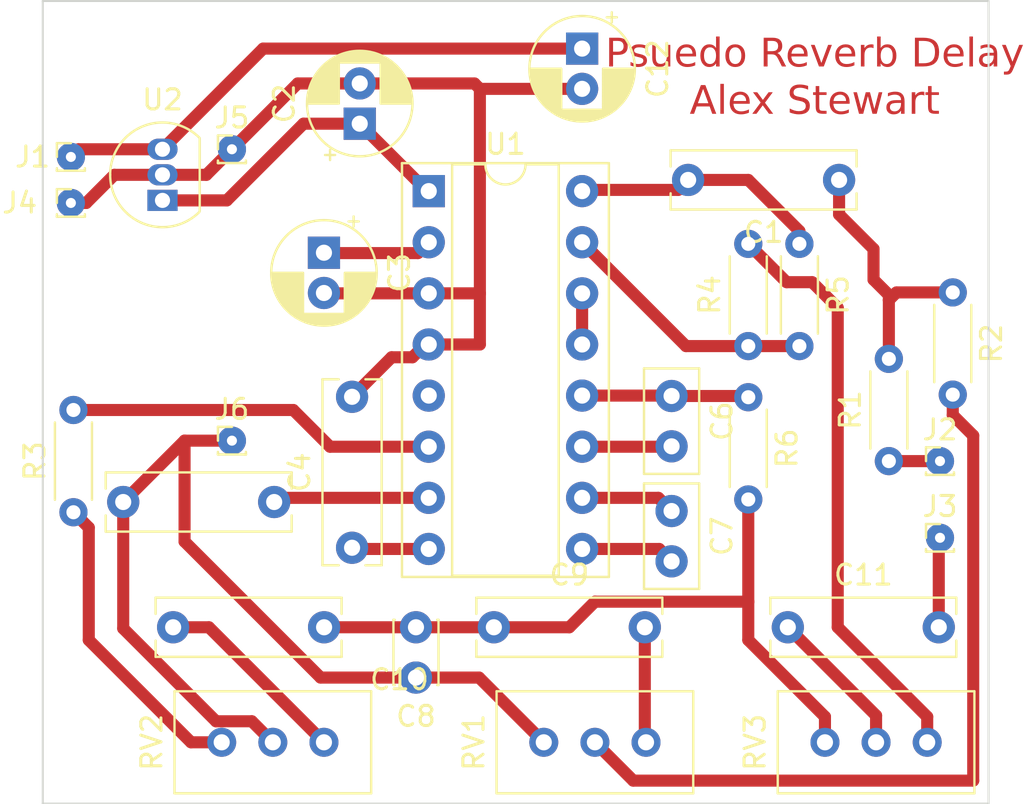
<source format=kicad_pcb>
(kicad_pcb (version 20221018) (generator pcbnew)
  (layers (0 "F.Cu" signal) (31 "B.Cu" signal) (34 "B.Paste" user) (35 "F.Paste" user) (36 "B.SilkS" user "B.Silkscreen") (37 "F.SilkS" user "F.Silkscreen") (38 "B.Mask" user) (39 "F.Mask" user) (44 "Edge.Cuts" user))
  (net 0 "")
  (net 2 "Net-(C1-Pad1)")
  (net 3 "Net-(U1-LPF1-IN)")
  (net 4 "Earth")
  (net 5 "Net-(U1-REF)")
  (net 6 "Net-(U1-CC0)")
  (net 7 "Net-(U1-CC1)")
  (net 8 "Net-(U1-OP2-OUT)")
  (net 9 "Net-(U1-OP2-IN)")
  (net 10 "Net-(U1-OP1-IN)")
  (net 11 "Net-(U1-OP1-OUT)")
  (net 12 "Net-(C9-Pad2)")
  (net 13 "Net-(C10-Pad2)")
  (net 14 "Net-(C11-Pad1)")
  (net 15 "Net-(R2-Pad2)")
  (net 16 "Net-(R3-Pad1)")
  (net 17 "Net-(U1-LPF1-OUT)")
  (net 18 "Net-(R4-Pad2)")
  (net 19 "Net-(U1-LPF2-IN)")
  (net 20 "Net-(U1-VCO)")
  (net 21 "Net-(J3-Pin_1)")
  (net 22 "Net-(J1-Pin_1)")
  (net 23 "Net-(J2-Pin_1)")
  (net 24 "Net-(U1-VCC)")
  (net 25 "Net-(C10-Pad1)")
  (net 26 "Net-(J6-Pin_1)")
  (footprint "Potentiometer_THT:Potentiometer_Bourns_3386C_Horizontal" (layer "F.Cu") (at 147.828 128.27 90)
    (fp_text reference "RV2" (at 0 -3.475 90) (layer "F.SilkS"))
    (fp_text value "Time 10k")
    (pad "1" thru_hole circle (at 0 0 90) (size 1.44 1.44) (drill 0.8) (layers "*.Cu" "*.Mask") (net 16 "Net-(R3-Pad1)"))
    (pad "2" thru_hole circle (at 0 2.54 90) (size 1.44 1.44) (drill 0.8) (layers "*.Cu" "*.Mask") (net 26 "Net-(J6-Pin_1)"))
    (pad "3" thru_hole circle (at 0 5.08 90) (size 1.44 1.44) (drill 0.8) (layers "*.Cu" "*.Mask") (net 13 "Net-(C10-Pad2)"))
  )
  (footprint "Package_TO_SOT_THT:TO-92_Inline" (layer "F.Cu") (at 144.886 101.346 90)
    (fp_text reference "U2" (at 5 0 180) (layer "F.SilkS"))
    (fp_text value "L78L05")
    (pad "1" thru_hole rect (at 0 0 90) (size 1.05 1.5) (drill 0.75) (layers "*.Cu" "*.Mask") (net 24 "Net-(U1-VCC)"))
    (pad "2" thru_hole oval (at 1.27 0 90) (size 1.05 1.5) (drill 0.75) (layers "*.Cu" "*.Mask") (net 4 "Earth"))
    (pad "3" thru_hole oval (at 2.54 0 90) (size 1.05 1.5) (drill 0.75) (layers "*.Cu" "*.Mask") (net 22 "Net-(J1-Pin_1)"))
  )
  (footprint "Capacitor_THT:C_Rect_L9.0mm_W2.7mm_P7.50mm_MKT" (layer "F.Cu") (at 150.435 116.332 180)
    (fp_text reference "C5" hide)
    (fp_text value "100n")
    (pad "1" thru_hole circle (at 0 0 180) (size 1.6 1.6) (drill 0.8) (layers "*.Cu" "*.Mask") (net 7 "Net-(U1-CC1)"))
    (pad "2" thru_hole circle (at 7.5 0 180) (size 1.6 1.6) (drill 0.8) (layers "*.Cu" "*.Mask") (net 26 "Net-(J6-Pin_1)"))
  )
  (footprint "Resistor_THT:R_Axial_DIN0204_L3.6mm_D1.6mm_P5.08mm_Horizontal" (layer "F.Cu") (at 173.99 111.125 -90)
    (fp_text reference "R6" (at 2.54 -1.92 90) (layer "F.SilkS"))
    (fp_text value "10k")
    (pad "1" thru_hole circle (at 0 0 270) (size 1.4 1.4) (drill 0.7) (layers "*.Cu" "*.Mask") (net 8 "Net-(U1-OP2-OUT)"))
    (pad "2" thru_hole oval (at 5.08 0 270) (size 1.4 1.4) (drill 0.7) (layers "*.Cu" "*.Mask") (net 25 "Net-(C10-Pad1)"))
  )
  (footprint "Capacitor_THT:C_Disc_D3.0mm_W2.0mm_P2.50mm" (layer "F.Cu") (at 157.48 122.555 -90)
    (fp_text reference "C8" (at 4.425 0 -180) (layer "F.SilkS"))
    (fp_text value "22n")
    (pad "1" thru_hole circle (at 0 0 270) (size 1.6 1.6) (drill 0.8) (layers "*.Cu" "*.Mask") (net 25 "Net-(C10-Pad1)"))
    (pad "2" thru_hole circle (at 2.5 0 270) (size 1.6 1.6) (drill 0.8) (layers "*.Cu" "*.Mask") (net 26 "Net-(J6-Pin_1)"))
  )
  (footprint "Package_DIP:DIP-16_W7.62mm_Socket" (layer "F.Cu") (at 158.115 100.885)
    (fp_text reference "U1" (at 3.81 -2.33) (layer "F.SilkS"))
    (fp_text value "PT2399")
    (pad "1" thru_hole rect (at 0 0) (size 1.6 1.6) (drill 0.8) (layers "*.Cu" "*.Mask") (net 24 "Net-(U1-VCC)"))
    (pad "2" thru_hole oval (at 0 2.54) (size 1.6 1.6) (drill 0.8) (layers "*.Cu" "*.Mask") (net 5 "Net-(U1-REF)"))
    (pad "3" thru_hole oval (at 0 5.08) (size 1.6 1.6) (drill 0.8) (layers "*.Cu" "*.Mask") (net 4 "Earth"))
    (pad "4" thru_hole oval (at 0 7.62) (size 1.6 1.6) (drill 0.8) (layers "*.Cu" "*.Mask") (net 4 "Earth"))
    (pad "5" thru_hole oval (at 0 10.16) (size 1.6 1.6) (drill 0.8) (layers "*.Cu" "*.Mask"))
    (pad "6" thru_hole oval (at 0 12.7) (size 1.6 1.6) (drill 0.8) (layers "*.Cu" "*.Mask") (net 20 "Net-(U1-VCO)"))
    (pad "7" thru_hole oval (at 0 15.24) (size 1.6 1.6) (drill 0.8) (layers "*.Cu" "*.Mask") (net 7 "Net-(U1-CC1)"))
    (pad "8" thru_hole oval (at 0 17.78) (size 1.6 1.6) (drill 0.8) (layers "*.Cu" "*.Mask") (net 6 "Net-(U1-CC0)"))
    (pad "9" thru_hole oval (at 7.62 17.78) (size 1.6 1.6) (drill 0.8) (layers "*.Cu" "*.Mask") (net 11 "Net-(U1-OP1-OUT)"))
    (pad "10" thru_hole oval (at 7.62 15.24) (size 1.6 1.6) (drill 0.8) (layers "*.Cu" "*.Mask") (net 10 "Net-(U1-OP1-IN)"))
    (pad "11" thru_hole oval (at 7.62 12.7) (size 1.6 1.6) (drill 0.8) (layers "*.Cu" "*.Mask") (net 9 "Net-(U1-OP2-IN)"))
    (pad "12" thru_hole oval (at 7.62 10.16) (size 1.6 1.6) (drill 0.8) (layers "*.Cu" "*.Mask") (net 8 "Net-(U1-OP2-OUT)"))
    (pad "13" thru_hole oval (at 7.62 7.62) (size 1.6 1.6) (drill 0.8) (layers "*.Cu" "*.Mask") (net 19 "Net-(U1-LPF2-IN)"))
    (pad "14" thru_hole oval (at 7.62 5.08) (size 1.6 1.6) (drill 0.8) (layers "*.Cu" "*.Mask") (net 19 "Net-(U1-LPF2-IN)"))
    (pad "15" thru_hole oval (at 7.62 2.54) (size 1.6 1.6) (drill 0.8) (layers "*.Cu" "*.Mask") (net 17 "Net-(U1-LPF1-OUT)"))
    (pad "16" thru_hole oval (at 7.62 0) (size 1.6 1.6) (drill 0.8) (layers "*.Cu" "*.Mask") (net 3 "Net-(U1-LPF1-IN)"))
  )
  (footprint "Capacitor_THT:CP_Radial_D5.0mm_P2.00mm" (layer "F.Cu") (at 152.908 103.946888 -90)
    (fp_text reference "C3" (at 1 -3.75 90) (layer "F.SilkS"))
    (fp_text value "22u")
    (pad "1" thru_hole rect (at 0 0 270) (size 1.6 1.6) (drill 0.8) (layers "*.Cu" "*.Mask") (net 5 "Net-(U1-REF)"))
    (pad "2" thru_hole circle (at 2 0 270) (size 1.6 1.6) (drill 0.8) (layers "*.Cu" "*.Mask") (net 4 "Earth"))
  )
  (footprint "Connector_PinHeader_1.00mm:PinHeader_1x01_P1.00mm_Vertical" (layer "F.Cu") (at 148.336 98.806)
    (fp_text reference "J5" (at 0 -1.56) (layer "F.SilkS"))
    (fp_text value "jumper1 start" hide)
    (pad "1" thru_hole circle (at 0 0) (size 1.4 1.4) (drill 0.5) (layers "*.Cu" "*.Mask") (net 4 "Earth"))
  )
  (footprint "Connector_PinHeader_1.00mm:PinHeader_1x01_P1.00mm_Vertical" (layer "F.Cu") (at 140.335 99.187)
    (fp_text reference "J1" (at -1.905 0) (layer "F.SilkS"))
    (fp_text value "9v+")
    (pad "1" thru_hole circle (at 0 0) (size 1.4 1.4) (drill 0.5) (layers "*.Cu" "*.Mask") (net 22 "Net-(J1-Pin_1)"))
  )
  (footprint "Potentiometer_THT:Potentiometer_Bourns_3386C_Horizontal" (layer "F.Cu") (at 177.8 128.27 90)
    (fp_text reference "RV3" (at 0 -3.475 90) (layer "F.SilkS"))
    (fp_text value "mix 100k")
    (pad "1" thru_hole circle (at 0 0 90) (size 1.44 1.44) (drill 0.8) (layers "*.Cu" "*.Mask") (net 25 "Net-(C10-Pad1)"))
    (pad "2" thru_hole circle (at 0 2.54 90) (size 1.44 1.44) (drill 0.8) (layers "*.Cu" "*.Mask") (net 14 "Net-(C11-Pad1)"))
    (pad "3" thru_hole circle (at 0 5.08 90) (size 1.44 1.44) (drill 0.8) (layers "*.Cu" "*.Mask") (net 18 "Net-(R4-Pad2)"))
  )
  (footprint "Connector_PinHeader_1.00mm:PinHeader_1x01_P1.00mm_Vertical" (layer "F.Cu") (at 183.515 118.11)
    (fp_text reference "J3" (at 0 -1.56) (layer "F.SilkS"))
    (fp_text value "Out")
    (pad "1" thru_hole circle (at 0 0) (size 1.4 1.4) (drill 0.5) (layers "*.Cu" "*.Mask") (net 21 "Net-(J3-Pin_1)"))
  )
  (footprint "Connector_PinHeader_1.00mm:PinHeader_1x01_P1.00mm_Vertical" (layer "F.Cu") (at 148.336 113.284)
    (fp_text reference "J6" (at 0 -1.56) (layer "F.SilkS"))
    (fp_text value "jumper1 end" hide)
    (pad "1" thru_hole circle (at 0 0) (size 1.4 1.4) (drill 0.5) (layers "*.Cu" "*.Mask") (net 26 "Net-(J6-Pin_1)"))
  )
  (footprint "Capacitor_THT:CP_Radial_D5.0mm_P2.00mm" (layer "F.Cu") (at 165.735 93.805 -90)
    (fp_text reference "C12" (at 1 -3.75 90) (layer "F.SilkS"))
    (fp_text value "100u")
    (pad "1" thru_hole rect (at 0 0 270) (size 1.6 1.6) (drill 0.8) (layers "*.Cu" "*.Mask") (net 22 "Net-(J1-Pin_1)"))
    (pad "2" thru_hole circle (at 2 0 270) (size 1.6 1.6) (drill 0.8) (layers "*.Cu" "*.Mask") (net 4 "Earth"))
  )
  (footprint "Resistor_THT:R_Axial_DIN0204_L3.6mm_D1.6mm_P5.08mm_Horizontal" (layer "F.Cu") (at 140.462 116.84 90)
    (fp_text reference "R3" (at 2.54 -1.92 90) (layer "F.SilkS"))
    (fp_text value "1k")
    (pad "1" thru_hole circle (at 0 0 90) (size 1.4 1.4) (drill 0.7) (layers "*.Cu" "*.Mask") (net 16 "Net-(R3-Pad1)"))
    (pad "2" thru_hole oval (at 5.08 0 90) (size 1.4 1.4) (drill 0.7) (layers "*.Cu" "*.Mask") (net 20 "Net-(U1-VCO)"))
  )
  (footprint "Capacitor_THT:CP_Radial_D5.0mm_P2.00mm" (layer "F.Cu") (at 154.686 97.536 90)
    (fp_text reference "C2" (at 1 -3.75 90) (layer "F.SilkS"))
    (fp_text value "100uf")
    (pad "1" thru_hole rect (at 0 0 90) (size 1.6 1.6) (drill 0.8) (layers "*.Cu" "*.Mask") (net 24 "Net-(U1-VCC)"))
    (pad "2" thru_hole circle (at 2 0 90) (size 1.6 1.6) (drill 0.8) (layers "*.Cu" "*.Mask") (net 4 "Earth"))
  )
  (footprint "Resistor_THT:R_Axial_DIN0204_L3.6mm_D1.6mm_P5.08mm_Horizontal" (layer "F.Cu") (at 173.99 108.585 90)
    (fp_text reference "R4" (at 2.54 -1.92 90) (layer "F.SilkS"))
    (fp_text value "22k")
    (pad "1" thru_hole circle (at 0 0 90) (size 1.4 1.4) (drill 0.7) (layers "*.Cu" "*.Mask") (net 17 "Net-(U1-LPF1-OUT)"))
    (pad "2" thru_hole oval (at 5.08 0 90) (size 1.4 1.4) (drill 0.7) (layers "*.Cu" "*.Mask") (net 18 "Net-(R4-Pad2)"))
  )
  (footprint "Capacitor_THT:C_Disc_D5.0mm_W2.5mm_P2.50mm" (layer "F.Cu") (at 170.18 111.065 -90)
    (fp_text reference "C6" (at 1.25 -2.5 -90) (layer "F.SilkS"))
    (fp_text value "100n")
    (pad "1" thru_hole circle (at 0 0 270) (size 1.6 1.6) (drill 0.8) (layers "*.Cu" "*.Mask") (net 8 "Net-(U1-OP2-OUT)"))
    (pad "2" thru_hole circle (at 2.5 0 270) (size 1.6 1.6) (drill 0.8) (layers "*.Cu" "*.Mask") (net 9 "Net-(U1-OP2-IN)"))
  )
  (footprint "Capacitor_THT:C_Rect_L9.0mm_W2.7mm_P7.50mm_MKT" (layer "F.Cu") (at 175.955 122.555)
    (fp_text reference "C11" (at 3.75 -2.6) (layer "F.SilkS"))
    (fp_text value "100nf")
    (pad "1" thru_hole circle (at 0 0) (size 1.6 1.6) (drill 0.8) (layers "*.Cu" "*.Mask") (net 14 "Net-(C11-Pad1)"))
    (pad "2" thru_hole circle (at 7.5 0) (size 1.6 1.6) (drill 0.8) (layers "*.Cu" "*.Mask") (net 21 "Net-(J3-Pin_1)"))
  )
  (footprint "Capacitor_THT:C_Disc_D5.0mm_W2.5mm_P2.50mm" (layer "F.Cu") (at 170.18 116.78 -90)
    (fp_text reference "C7" (at 1.25 -2.5 -90) (layer "F.SilkS"))
    (fp_text value "100n")
    (pad "1" thru_hole circle (at 0 0 270) (size 1.6 1.6) (drill 0.8) (layers "*.Cu" "*.Mask") (net 10 "Net-(U1-OP1-IN)"))
    (pad "2" thru_hole circle (at 2.5 0 270) (size 1.6 1.6) (drill 0.8) (layers "*.Cu" "*.Mask") (net 11 "Net-(U1-OP1-OUT)"))
  )
  (footprint "Capacitor_THT:C_Rect_L9.0mm_W2.7mm_P7.50mm_MKT" (layer "F.Cu") (at 152.915 122.555 180)
    (fp_text reference "C10" (at -3.743 -2.6) (layer "F.SilkS"))
    (fp_text value "100nf")
    (pad "1" thru_hole circle (at 0 0 180) (size 1.6 1.6) (drill 0.8) (layers "*.Cu" "*.Mask") (net 25 "Net-(C10-Pad1)"))
    (pad "2" thru_hole circle (at 7.5 0 180) (size 1.6 1.6) (drill 0.8) (layers "*.Cu" "*.Mask") (net 13 "Net-(C10-Pad2)"))
  )
  (footprint "Resistor_THT:R_Axial_DIN0204_L3.6mm_D1.6mm_P5.08mm_Horizontal" (layer "F.Cu") (at 176.53 103.505 -90)
    (fp_text reference "R5" (at 2.54 -1.92 90) (layer "F.SilkS"))
    (fp_text value "68k")
    (pad "1" thru_hole circle (at 0 0 270) (size 1.4 1.4) (drill 0.7) (layers "*.Cu" "*.Mask") (net 3 "Net-(U1-LPF1-IN)"))
    (pad "2" thru_hole oval (at 5.08 0 270) (size 1.4 1.4) (drill 0.7) (layers "*.Cu" "*.Mask") (net 17 "Net-(U1-LPF1-OUT)"))
  )
  (footprint "Connector_PinHeader_1.00mm:PinHeader_1x01_P1.00mm_Vertical" (layer "F.Cu") (at 140.335 101.473)
    (fp_text reference "J4" (at -2.54 0) (layer "F.SilkS"))
    (fp_text value "GND")
    (pad "1" thru_hole circle (at 0 0) (size 1.4 1.4) (drill 0.5) (layers "*.Cu" "*.Mask") (net 4 "Earth"))
  )
  (footprint "Resistor_THT:R_Axial_DIN0204_L3.6mm_D1.6mm_P5.08mm_Horizontal" (layer "F.Cu") (at 184.15 105.918 -90)
    (fp_text reference "R2" (at 2.54 -1.92 -90) (layer "F.SilkS"))
    (fp_text value "22k")
    (pad "1" thru_hole circle (at 0 0 270) (size 1.4 1.4) (drill 0.7) (layers "*.Cu" "*.Mask") (net 2 "Net-(C1-Pad1)"))
    (pad "2" thru_hole oval (at 5.08 0 270) (size 1.4 1.4) (drill 0.7) (layers "*.Cu" "*.Mask") (net 15 "Net-(R2-Pad2)"))
  )
  (footprint "Potentiometer_THT:Potentiometer_Bourns_3386C_Horizontal" (layer "F.Cu") (at 163.83 128.27 90)
    (fp_text reference "RV1" (at 0 -3.475 90) (layer "F.SilkS"))
    (fp_text value "FB 250k ")
    (pad "1" thru_hole circle (at 0 0 90) (size 1.44 1.44) (drill 0.8) (layers "*.Cu" "*.Mask") (net 26 "Net-(J6-Pin_1)"))
    (pad "2" thru_hole circle (at 0 2.54 90) (size 1.44 1.44) (drill 0.8) (layers "*.Cu" "*.Mask") (net 15 "Net-(R2-Pad2)"))
    (pad "3" thru_hole circle (at 0 5.08 90) (size 1.44 1.44) (drill 0.8) (layers "*.Cu" "*.Mask") (net 12 "Net-(C9-Pad2)"))
  )
  (footprint "Resistor_THT:R_Axial_DIN0204_L3.6mm_D1.6mm_P5.08mm_Horizontal" (layer "F.Cu") (at 180.975 114.3 90)
    (fp_text reference "R1" (at 2.54 -1.92 90) (layer "F.SilkS"))
    (fp_text value "22k")
    (pad "1" thru_hole circle (at 0 0 90) (size 1.4 1.4) (drill 0.7) (layers "*.Cu" "*.Mask") (net 23 "Net-(J2-Pin_1)"))
    (pad "2" thru_hole oval (at 5.08 0 90) (size 1.4 1.4) (drill 0.7) (layers "*.Cu" "*.Mask") (net 2 "Net-(C1-Pad1)"))
  )
  (footprint "Capacitor_THT:C_Rect_L9.0mm_W2.7mm_P7.50mm_MKT" (layer "F.Cu") (at 161.35 122.555)
    (fp_text reference "C9" (at 3.75 -2.6) (layer "F.SilkS"))
    (fp_text value "100nf")
    (pad "1" thru_hole circle (at 0 0) (size 1.6 1.6) (drill 0.8) (layers "*.Cu" "*.Mask") (net 25 "Net-(C10-Pad1)"))
    (pad "2" thru_hole circle (at 7.5 0) (size 1.6 1.6) (drill 0.8) (layers "*.Cu" "*.Mask") (net 12 "Net-(C9-Pad2)"))
  )
  (footprint "Connector_PinHeader_1.00mm:PinHeader_1x01_P1.00mm_Vertical" (layer "F.Cu") (at 183.515 114.3)
    (fp_text reference "J2" (at 0 -1.56) (layer "F.SilkS"))
    (fp_text value "In")
    (pad "1" thru_hole circle (at 0 0) (size 1.4 1.4) (drill 0.5) (layers "*.Cu" "*.Mask") (net 23 "Net-(J2-Pin_1)"))
  )
  (footprint "Capacitor_THT:C_Rect_L9.0mm_W2.7mm_P7.50mm_MKT" (layer "F.Cu") (at 154.305 118.605 90)
    (fp_text reference "C4" (at 3.75 -2.6 90) (layer "F.SilkS"))
    (fp_text value "100n")
    (pad "1" thru_hole circle (at 0 0 90) (size 1.6 1.6) (drill 0.8) (layers "*.Cu" "*.Mask") (net 6 "Net-(U1-CC0)"))
    (pad "2" thru_hole circle (at 7.5 0 90) (size 1.6 1.6) (drill 0.8) (layers "*.Cu" "*.Mask") (net 4 "Earth"))
  )
  (footprint "Capacitor_THT:C_Rect_L9.0mm_W2.7mm_P7.50mm_MKT" (layer "F.Cu") (at 178.502 100.33 180)
    (fp_text reference "C1" (at 3.75 -2.6) (layer "F.SilkS"))
    (fp_text value "100n")
    (pad "1" thru_hole circle (at 0 0 180) (size 1.6 1.6) (drill 0.8) (layers "*.Cu" "*.Mask") (net 2 "Net-(C1-Pad1)"))
    (pad "2" thru_hole circle (at 7.5 0 180) (size 1.6 1.6) (drill 0.8) (layers "*.Cu" "*.Mask") (net 3 "Net-(U1-LPF1-IN)"))
  )
  (gr_line (start 185.928 91.44) (end 138.938 91.44) (stroke (width 0.1)) (layer "Edge.Cuts"))
  (gr_line (start 138.938 131.318) (end 185.928 131.318) (stroke (width 0.1)) (layer "Edge.Cuts"))
  (gr_line (start 138.938 91.44) (end 138.938 131.318) (stroke (width 0.1)) (layer "Edge.Cuts"))
  (gr_line (start 185.928 131.318) (end 185.928 91.44) (stroke (width 0.1)) (layer "Edge.Cuts"))
  (gr_text "Psuedo Reverb Delay\nAlex Stewart" (at 177.292 97.282) (layer "F.Cu") (effects (font (size 1.4 1.4) (thickness 0.041667)) (justify bottom)))
  (segment (start 180.975 106.045) (end 180.975 106.299) (width 0.6) (layer "F.Cu") (net 2))
  (segment (start 180.213 105.283) (end 180.213 103.759) (width 0.6) (layer "F.Cu") (net 2))
  (segment (start 180.975 106.299) (end 180.975 109.22) (width 0.6) (layer "F.Cu") (net 2))
  (segment (start 181.356 105.918) (end 184.15 105.918) (width 0.6) (layer "F.Cu") (net 2))
  (segment (start 178.502 102.048) (end 180.213 103.759) (width 0.6) (layer "F.Cu") (net 2))
  (segment (start 180.213 105.283) (end 180.975 106.045) (width 0.6) (layer "F.Cu") (net 2))
  (segment (start 180.975 106.299) (end 181.356 105.918) (width 0.6) (layer "F.Cu") (net 2))
  (segment (start 178.502 100.33) (end 178.502 102.048) (width 0.6) (layer "F.Cu") (net 2))
  (segment (start 176.53 103.505) (end 176.53 102.87) (width 0.6) (layer "F.Cu") (net 3))
  (segment (start 170.507 100.825) (end 165.795 100.825) (width 0.6) (layer "F.Cu") (net 3))
  (segment (start 171.002 100.33) (end 170.507 100.825) (width 0.6) (layer "F.Cu") (net 3))
  (segment (start 173.99 100.33) (end 171.002 100.33) (width 0.6) (layer "F.Cu") (net 3))
  (segment (start 165.795 100.825) (end 165.735 100.885) (width 0.25) (layer "F.Cu") (net 3))
  (segment (start 176.53 102.87) (end 173.99 100.33) (width 0.6) (layer "F.Cu") (net 3))
  (segment (start 160.655 108.505) (end 160.655 105.965) (width 0.6) (layer "F.Cu") (net 4))
  (segment (start 147.066 100.076) (end 144.886 100.076) (width 0.6) (layer "F.Cu") (net 4))
  (segment (start 160.386 95.536) (end 160.655 95.805) (width 0.6) (layer "F.Cu") (net 4))
  (segment (start 152.955 105.965) (end 152.908 105.918) (width 0.25) (layer "F.Cu") (net 4))
  (segment (start 142.494 100.076) (end 141.097 101.473) (width 0.6) (layer "F.Cu") (net 4))
  (segment (start 160.655 95.805) (end 165.735 95.805) (width 0.6) (layer "F.Cu") (net 4))
  (segment (start 141.097 101.473) (end 140.335 101.473) (width 0.6) (layer "F.Cu") (net 4))
  (segment (start 154.654 95.504) (end 154.686 95.536) (width 0.25) (layer "F.Cu") (net 4))
  (segment (start 154.305 111.105) (end 156.27 109.14) (width 0.6) (layer "F.Cu") (net 4))
  (segment (start 156.27 109.14) (end 157.306 109.14) (width 0.6) (layer "F.Cu") (net 4))
  (segment (start 158.115 105.965) (end 152.955 105.965) (width 0.6) (layer "F.Cu") (net 4))
  (segment (start 154.686 95.536) (end 160.386 95.536) (width 0.6) (layer "F.Cu") (net 4))
  (segment (start 148.336 98.806) (end 151.606 95.536) (width 0.6) (layer "F.Cu") (net 4))
  (segment (start 157.306 109.14) (end 157.988 108.458) (width 0.6) (layer "F.Cu") (net 4))
  (segment (start 158.115 108.505) (end 160.655 108.505) (width 0.6) (layer "F.Cu") (net 4))
  (segment (start 144.886 100.076) (end 142.494 100.076) (width 0.6) (layer "F.Cu") (net 4))
  (segment (start 160.655 105.965) (end 160.655 95.805) (width 0.6) (layer "F.Cu") (net 4))
  (segment (start 148.336 98.806) (end 147.066 100.076) (width 0.6) (layer "F.Cu") (net 4))
  (segment (start 160.655 105.965) (end 158.115 105.965) (width 0.6) (layer "F.Cu") (net 4))
  (segment (start 151.606 95.536) (end 154.686 95.536) (width 0.6) (layer "F.Cu") (net 4))
  (segment (start 152.908 103.918) (end 152.879112 103.946888) (width 0.25) (layer "F.Cu") (net 5))
  (segment (start 152.955 103.965) (end 152.908 103.918) (width 0.25) (layer "F.Cu") (net 5))
  (segment (start 157.575 103.965) (end 152.955 103.965) (width 0.6) (layer "F.Cu") (net 5))
  (segment (start 158.115 103.425) (end 157.575 103.965) (width 0.6) (layer "F.Cu") (net 5))
  (segment (start 154.365 118.665) (end 154.305 118.605) (width 0.6) (layer "F.Cu") (net 6))
  (segment (start 158.115 118.665) (end 154.365 118.665) (width 0.6) (layer "F.Cu") (net 6))
  (segment (start 158.035 118.585) (end 158.115 118.665) (width 0.6) (layer "F.Cu") (net 6))
  (segment (start 150.642 116.125) (end 150.435 116.332) (width 0.6) (layer "F.Cu") (net 7))
  (segment (start 158.115 116.125) (end 150.642 116.125) (width 0.6) (layer "F.Cu") (net 7))
  (segment (start 165.735 111.045) (end 170.16 111.045) (width 0.6) (layer "F.Cu") (net 8))
  (segment (start 170.18 111.065) (end 173.93 111.065) (width 0.6) (layer "F.Cu") (net 8))
  (segment (start 170.16 111.045) (end 170.18 111.065) (width 0.25) (layer "F.Cu") (net 8))
  (segment (start 173.93 111.065) (end 173.99 111.125) (width 0.25) (layer "F.Cu") (net 8))
  (segment (start 165.735 113.585) (end 170.16 113.585) (width 0.6) (layer "F.Cu") (net 9))
  (segment (start 170.16 113.585) (end 170.18 113.565) (width 0.25) (layer "F.Cu") (net 9))
  (segment (start 165.735 116.125) (end 169.525 116.125) (width 0.6) (layer "F.Cu") (net 10))
  (segment (start 169.525 116.125) (end 170.18 116.78) (width 0.6) (layer "F.Cu") (net 10))
  (segment (start 165.735 118.665) (end 169.565 118.665) (width 0.6) (layer "F.Cu") (net 11))
  (segment (start 169.565 118.665) (end 170.18 119.28) (width 0.6) (layer "F.Cu") (net 11))
  (segment (start 168.85 122.555) (end 168.85 128.21) (width 0.6) (layer "F.Cu") (net 12))
  (segment (start 168.85 128.21) (end 168.91 128.27) (width 0.25) (layer "F.Cu") (net 12))
  (segment (start 147.193 122.555) (end 145.415 122.555) (width 0.6) (layer "F.Cu") (net 13))
  (segment (start 152.908 128.27) (end 147.193 122.555) (width 0.6) (layer "F.Cu") (net 13))
  (segment (start 180.34 128.27) (end 180.34 126.94) (width 0.6) (layer "F.Cu") (net 14))
  (segment (start 180.34 126.94) (end 175.955 122.555) (width 0.6) (layer "F.Cu") (net 14))
  (segment (start 184.15 111.125) (end 184.15 112.014) (width 0.6) (layer "F.Cu") (net 15))
  (segment (start 185.166 113.03) (end 185.166 130.175) (width 0.6) (layer "F.Cu") (net 15))
  (segment (start 184.15 112.014) (end 185.166 113.03) (width 0.6) (layer "F.Cu") (net 15))
  (segment (start 185.166 130.175) (end 168.275 130.175) (width 0.6) (layer "F.Cu") (net 15))
  (segment (start 168.275 130.175) (end 166.37 128.27) (width 0.6) (layer "F.Cu") (net 15))
  (segment (start 140.462 116.84) (end 141.224 117.602) (width 0.6) (layer "F.Cu") (net 16))
  (segment (start 146.304 128.27) (end 147.828 128.27) (width 0.6) (layer "F.Cu") (net 16))
  (segment (start 141.224 123.19) (end 146.304 128.27) (width 0.6) (layer "F.Cu") (net 16))
  (segment (start 141.224 117.602) (end 141.224 123.19) (width 0.6) (layer "F.Cu") (net 16))
  (segment (start 170.895 108.585) (end 173.99 108.585) (width 0.6) (layer "F.Cu") (net 17))
  (segment (start 173.99 108.585) (end 176.53 108.585) (width 0.6) (layer "F.Cu") (net 17))
  (segment (start 165.735 103.425) (end 170.895 108.585) (width 0.6) (layer "F.Cu") (net 17))
  (segment (start 175.895 105.41) (end 177.165 105.41) (width 0.6) (layer "F.Cu") (net 18))
  (segment (start 173.99 103.505) (end 175.895 105.41) (width 0.6) (layer "F.Cu") (net 18))
  (segment (start 178.435 122.555) (end 182.88 127) (width 0.6) (layer "F.Cu") (net 18))
  (segment (start 178.435 106.68) (end 178.435 122.555) (width 0.6) (layer "F.Cu") (net 18))
  (segment (start 182.88 127) (end 182.88 128.27) (width 0.6) (layer "F.Cu") (net 18))
  (segment (start 177.165 105.41) (end 178.435 106.68) (width 0.6) (layer "F.Cu") (net 18))
  (segment (start 165.735 105.965) (end 165.735 108.505) (width 0.6) (layer "F.Cu") (net 19))
  (segment (start 153.209 113.585) (end 158.115 113.585) (width 0.6) (layer "F.Cu") (net 20))
  (segment (start 140.335 111.887) (end 140.462 111.76) (width 0.6) (layer "F.Cu") (net 20))
  (segment (start 151.384 111.76) (end 153.209 113.585) (width 0.6) (layer "F.Cu") (net 20))
  (segment (start 140.462 111.76) (end 151.384 111.76) (width 0.6) (layer "F.Cu") (net 20))
  (segment (start 183.455 122.555) (end 183.455 118.17) (width 0.6) (layer "F.Cu") (net 21))
  (segment (start 183.455 118.17) (end 183.515 118.11) (width 0.25) (layer "F.Cu") (net 21))
  (segment (start 144.886 98.806) (end 140.716 98.806) (width 0.6) (layer "F.Cu") (net 22))
  (segment (start 140.716 98.806) (end 140.335 99.187) (width 0.6) (layer "F.Cu") (net 22))
  (segment (start 144.886 98.806) (end 149.887 93.805) (width 0.6) (layer "F.Cu") (net 22))
  (segment (start 149.887 93.805) (end 165.735 93.805) (width 0.6) (layer "F.Cu") (net 22))
  (segment (start 180.975 114.3) (end 183.515 114.3) (width 0.6) (layer "F.Cu") (net 23))
  (segment (start 148.082 101.346) (end 151.892 97.536) (width 0.6) (layer "F.Cu") (net 24))
  (segment (start 151.892 97.536) (end 154.686 97.536) (width 0.6) (layer "F.Cu") (net 24))
  (segment (start 144.886 101.346) (end 148.082 101.346) (width 0.6) (layer "F.Cu") (net 24))
  (segment (start 158.115 100.885) (end 158.035 100.885) (width 0.25) (layer "F.Cu") (net 24))
  (segment (start 158.035 100.885) (end 154.686 97.536) (width 0.6) (layer "F.Cu") (net 24))
  (segment (start 157.48 122.555) (end 161.35 122.555) (width 0.6) (layer "F.Cu") (net 25))
  (segment (start 177.8 127) (end 177.8 128.27) (width 0.6) (layer "F.Cu") (net 25))
  (segment (start 173.99 123.19) (end 177.8 127) (width 0.6) (layer "F.Cu") (net 25))
  (segment (start 166.37 121.285) (end 173.99 121.285) (width 0.6) (layer "F.Cu") (net 25))
  (segment (start 161.35 122.555) (end 165.1 122.555) (width 0.6) (layer "F.Cu") (net 25))
  (segment (start 165.1 122.555) (end 166.37 121.285) (width 0.6) (layer "F.Cu") (net 25))
  (segment (start 173.99 121.285) (end 173.99 123.19) (width 0.6) (layer "F.Cu") (net 25))
  (segment (start 173.99 121.285) (end 173.99 116.205) (width 0.6) (layer "F.Cu") (net 25))
  (segment (start 152.915 122.555) (end 157.48 122.555) (width 0.6) (layer "F.Cu") (net 25))
  (segment (start 160.615 125.055) (end 163.83 128.27) (width 0.6) (layer "F.Cu") (net 26))
  (segment (start 142.935 116.332) (end 142.875 116.392) (width 0.25) (layer "F.Cu") (net 26))
  (segment (start 145.983 113.284) (end 145.983 118.297) (width 0.6) (layer "F.Cu") (net 26))
  (segment (start 145.983 118.297) (end 152.741 125.055) (width 0.6) (layer "F.Cu") (net 26))
  (segment (start 149.323 127.225) (end 147.545 127.225) (width 0.6) (layer "F.Cu") (net 26))
  (segment (start 157.48 125.055) (end 160.615 125.055) (width 0.6) (layer "F.Cu") (net 26))
  (segment (start 150.368 128.27) (end 149.323 127.225) (width 0.6) (layer "F.Cu") (net 26))
  (segment (start 147.545 127.225) (end 142.935 122.615) (width 0.6) (layer "F.Cu") (net 26))
  (segment (start 145.983 113.284) (end 142.935 116.332) (width 0.6) (layer "F.Cu") (net 26))
  (segment (start 148.336 113.284) (end 145.983 113.284) (width 0.6) (layer "F.Cu") (net 26))
  (segment (start 142.935 122.615) (end 142.935 116.332) (width 0.6) (layer "F.Cu") (net 26))
  (segment (start 152.741 125.055) (end 157.48 125.055) (width 0.6) (layer "F.Cu") (net 26))
)
</source>
